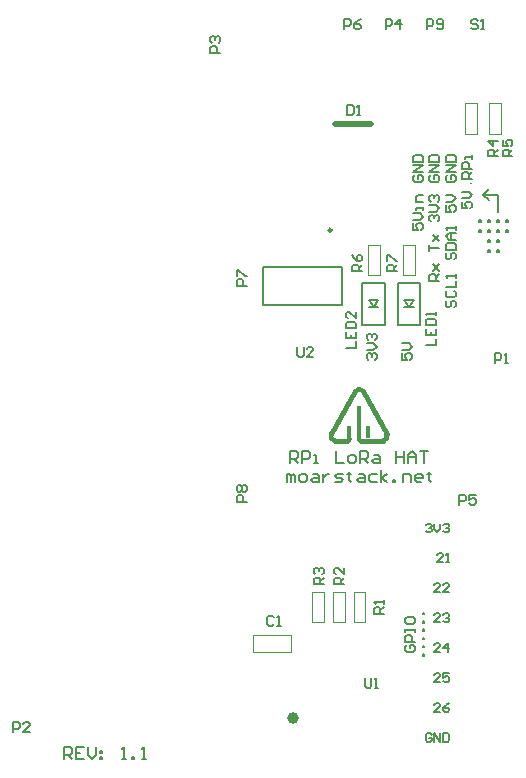
<source format=gto>
G04 Layer_Color=65535*
%FSLAX44Y44*%
%MOMM*%
G71*
G01*
G75*
%ADD22C,0.2032*%
%ADD30C,0.2500*%
%ADD31C,0.4000*%
%ADD32C,1.0000*%
%ADD33R,0.4000X1.1000*%
%ADD34R,0.4000X2.8000*%
%ADD35C,0.1000*%
%ADD36C,0.2000*%
%ADD37C,0.5000*%
%ADD38C,0.1270*%
%ADD39C,0.1600*%
G36*
X1014000Y535204D02*
X1013391Y533734D01*
X1012266Y532609D01*
X1010796Y532000D01*
X1010000D01*
Y536000D01*
X1014000D01*
Y535204D01*
D02*
G37*
G36*
X1022000Y532000D02*
X1021204D01*
X1019734Y532609D01*
X1018609Y533734D01*
X1018000Y535204D01*
Y536000D01*
X1022000D01*
Y532000D01*
D02*
G37*
D22*
X1060536Y361110D02*
X1059139Y359713D01*
Y356920D01*
X1060536Y355523D01*
X1066122D01*
X1067519Y356920D01*
Y359713D01*
X1066122Y361110D01*
X1063329D01*
Y358316D01*
X1067519Y363903D02*
X1059139D01*
Y368092D01*
X1060536Y369489D01*
X1063329D01*
X1064726Y368092D01*
Y363903D01*
X1059139Y372282D02*
Y375075D01*
Y373679D01*
X1067519D01*
Y372282D01*
Y375075D01*
X1059139Y383454D02*
Y380661D01*
X1060536Y379265D01*
X1066122D01*
X1067519Y380661D01*
Y383454D01*
X1066122Y384851D01*
X1060536D01*
X1059139Y383454D01*
X1075468Y352032D02*
X1074072D01*
Y353429D01*
X1075468D01*
Y352032D01*
Y359015D02*
X1074072D01*
Y360411D01*
X1075468D01*
Y359015D01*
Y365998D02*
X1074072D01*
Y367394D01*
X1075468D01*
Y365998D01*
Y372980D02*
X1074072D01*
Y374377D01*
X1075468D01*
Y372980D01*
Y379963D02*
X1074072D01*
Y381359D01*
X1075468D01*
Y379963D01*
Y386946D02*
X1074072D01*
Y388342D01*
X1075468D01*
Y386946D01*
X1028017Y602500D02*
X1026621Y603896D01*
Y606690D01*
X1028017Y608086D01*
X1029414D01*
X1030810Y606690D01*
Y605293D01*
Y606690D01*
X1032207Y608086D01*
X1033603D01*
X1035000Y606690D01*
Y603896D01*
X1033603Y602500D01*
X1026621Y610879D02*
X1032207D01*
X1035000Y613672D01*
X1032207Y616465D01*
X1026621D01*
X1028017Y619259D02*
X1026621Y620655D01*
Y623448D01*
X1028017Y624845D01*
X1029414D01*
X1030810Y623448D01*
Y622052D01*
Y623448D01*
X1032207Y624845D01*
X1033603D01*
X1035000Y623448D01*
Y620655D01*
X1033603Y619259D01*
X1056621Y608086D02*
Y602500D01*
X1060810D01*
X1059414Y605293D01*
Y606690D01*
X1060810Y608086D01*
X1063604D01*
X1065000Y606690D01*
Y603896D01*
X1063604Y602500D01*
X1056621Y610879D02*
X1062207D01*
X1065000Y613672D01*
X1062207Y616465D01*
X1056621D01*
D30*
X996750Y712250D02*
G03*
X996750Y712250I-1250J0D01*
G01*
D31*
X1023590Y575773D02*
G03*
X1016662Y575773I-3464J-2000D01*
G01*
X996536Y540000D02*
G03*
X1000000Y534000I3464J-2000D01*
G01*
X1040000D02*
G03*
X1043464Y540000I0J4000D01*
G01*
X996536D02*
X1016410Y575773D01*
X1000000Y534000D02*
X1010000D01*
X1022000D02*
X1040000D01*
X1023590Y575773D02*
X1043464Y540000D01*
D32*
X964310Y299050D02*
D03*
D33*
X1012000Y541500D02*
D03*
X1028000D02*
D03*
D34*
X1020000Y550000D02*
D03*
D35*
X1027500Y674000D02*
Y700000D01*
Y674000D02*
X1037500D01*
Y700000D01*
X1027500D02*
X1037500D01*
X1057500Y674000D02*
Y700000D01*
Y674000D02*
X1067500D01*
Y700000D01*
X1057500D02*
X1067500D01*
X980410Y380220D02*
X990410D01*
X980410D02*
Y406220D01*
X990410D01*
Y380220D02*
Y406220D01*
X930500Y355500D02*
Y369500D01*
Y355500D02*
X962500D01*
Y369500D01*
X930500D02*
X962500D01*
X1025410Y380220D02*
Y406220D01*
X1015410D02*
X1025410D01*
X1015410Y380220D02*
Y406220D01*
Y380220D02*
X1025410D01*
X997910Y380220D02*
Y406220D01*
Y380220D02*
X1007910D01*
Y406220D01*
X997910D02*
X1007910D01*
X1110000Y820000D02*
X1120000D01*
Y794000D02*
Y820000D01*
X1110000Y794000D02*
X1120000D01*
X1110000D02*
Y820000D01*
X1130000D02*
X1140000D01*
Y794000D02*
Y820000D01*
X1130000Y794000D02*
X1140000D01*
X1130000D02*
Y820000D01*
D36*
X1028500Y647000D02*
X1036500D01*
X1032500D02*
X1036500Y653000D01*
X1028500D02*
X1036500D01*
X1028500D02*
X1032500Y647000D01*
X1023000Y632000D02*
X1031000D01*
X1023000D02*
Y668000D01*
X1042000D01*
Y632000D02*
Y668000D01*
X1031000Y632000D02*
X1042000D01*
X1058500Y647000D02*
X1066500D01*
X1062500D02*
X1066500Y653000D01*
X1058500D02*
X1066500D01*
X1058500D02*
X1062500Y647000D01*
X1053000Y632000D02*
X1061000D01*
X1053000D02*
Y668000D01*
X1072000D01*
Y632000D02*
Y668000D01*
X1061000Y632000D02*
X1072000D01*
X939000Y648750D02*
Y681250D01*
X1006000Y648750D02*
Y681250D01*
X939000D02*
X1006000D01*
X939000Y648750D02*
X1006000D01*
X1125000Y742500D02*
X1137500D01*
Y727500D02*
Y742500D01*
X1125000D02*
X1130000Y737500D01*
X1125000Y742500D02*
X1130000Y747500D01*
D37*
X1000000Y802000D02*
X1030000D01*
D38*
X1115000Y752500D02*
Y752500D01*
D39*
X1065717Y718307D02*
Y712721D01*
X1069907D01*
X1068510Y715514D01*
Y716910D01*
X1069907Y718307D01*
X1072700D01*
X1074096Y716910D01*
Y714117D01*
X1072700Y712721D01*
X1065717Y721100D02*
X1071303D01*
X1074096Y723893D01*
X1071303Y726686D01*
X1065717D01*
X1074096Y729479D02*
Y732272D01*
Y730876D01*
X1068510D01*
Y729479D01*
X1074096Y736462D02*
X1068510D01*
Y740652D01*
X1069907Y742048D01*
X1074096D01*
X1067113Y758807D02*
X1065717Y757410D01*
Y754617D01*
X1067113Y753221D01*
X1072700D01*
X1074096Y754617D01*
Y757410D01*
X1072700Y758807D01*
X1069907D01*
Y756014D01*
X1074096Y761600D02*
X1065717D01*
X1074096Y767186D01*
X1065717D01*
Y769979D02*
X1074096D01*
Y774169D01*
X1072700Y775565D01*
X1067113D01*
X1065717Y774169D01*
Y769979D01*
X1087992Y669428D02*
X1079613D01*
Y673617D01*
X1081009Y675014D01*
X1083802D01*
X1085199Y673617D01*
Y669428D01*
Y672221D02*
X1087992Y675014D01*
X1082406Y677807D02*
X1087992Y683393D01*
X1085199Y680600D01*
X1082406Y683393D01*
X1087992Y677807D01*
X1079613Y694566D02*
Y700152D01*
Y697359D01*
X1087992D01*
X1082406Y702945D02*
X1087992Y708531D01*
X1085199Y705738D01*
X1082406Y708531D01*
X1087992Y702945D01*
X1081009Y719704D02*
X1079613Y721100D01*
Y723893D01*
X1081009Y725290D01*
X1082406D01*
X1083802Y723893D01*
Y722497D01*
Y723893D01*
X1085199Y725290D01*
X1086595D01*
X1087992Y723893D01*
Y721100D01*
X1086595Y719704D01*
X1079613Y728083D02*
X1085199D01*
X1087992Y730876D01*
X1085199Y733669D01*
X1079613D01*
X1081009Y736462D02*
X1079613Y737859D01*
Y740652D01*
X1081009Y742048D01*
X1082406D01*
X1083802Y740652D01*
Y739255D01*
Y740652D01*
X1085199Y742048D01*
X1086595D01*
X1087992Y740652D01*
Y737859D01*
X1086595Y736462D01*
X1081009Y758807D02*
X1079613Y757410D01*
Y754617D01*
X1081009Y753221D01*
X1086595D01*
X1087992Y754617D01*
Y757410D01*
X1086595Y758807D01*
X1083802D01*
Y756014D01*
X1087992Y761600D02*
X1079613D01*
X1087992Y767186D01*
X1079613D01*
Y769979D02*
X1087992D01*
Y774169D01*
X1086595Y775565D01*
X1081009D01*
X1079613Y774169D01*
Y769979D01*
X1094905Y652669D02*
X1093508Y651273D01*
Y648480D01*
X1094905Y647083D01*
X1096301D01*
X1097698Y648480D01*
Y651273D01*
X1099094Y652669D01*
X1100491D01*
X1101888Y651273D01*
Y648480D01*
X1100491Y647083D01*
X1094905Y661049D02*
X1093508Y659652D01*
Y656859D01*
X1094905Y655462D01*
X1100491D01*
X1101888Y656859D01*
Y659652D01*
X1100491Y661049D01*
X1093508Y663842D02*
X1101888D01*
Y669428D01*
Y672221D02*
Y675014D01*
Y673617D01*
X1093508D01*
X1094905Y672221D01*
Y693169D02*
X1093508Y691773D01*
Y688979D01*
X1094905Y687583D01*
X1096301D01*
X1097698Y688979D01*
Y691773D01*
X1099094Y693169D01*
X1100491D01*
X1101888Y691773D01*
Y688979D01*
X1100491Y687583D01*
X1093508Y695962D02*
X1101888D01*
Y700152D01*
X1100491Y701548D01*
X1094905D01*
X1093508Y700152D01*
Y695962D01*
X1101888Y704342D02*
X1096301D01*
X1093508Y707135D01*
X1096301Y709928D01*
X1101888D01*
X1097698D01*
Y704342D01*
X1101888Y712721D02*
Y715514D01*
Y714117D01*
X1093508D01*
X1094905Y712721D01*
X1093508Y733669D02*
Y728083D01*
X1097698D01*
X1096301Y730876D01*
Y732272D01*
X1097698Y733669D01*
X1100491D01*
X1101888Y732272D01*
Y729479D01*
X1100491Y728083D01*
X1093508Y736462D02*
X1099094D01*
X1101888Y739255D01*
X1099094Y742048D01*
X1093508D01*
X1094905Y758807D02*
X1093508Y757410D01*
Y754617D01*
X1094905Y753221D01*
X1100491D01*
X1101888Y754617D01*
Y757410D01*
X1100491Y758807D01*
X1097698D01*
Y756014D01*
X1101888Y761600D02*
X1093508D01*
X1101888Y767186D01*
X1093508D01*
Y769979D02*
X1101888D01*
Y774169D01*
X1100491Y775565D01*
X1094905D01*
X1093508Y774169D01*
Y769979D01*
X1107404Y736462D02*
Y730876D01*
X1111593D01*
X1110197Y733669D01*
Y735066D01*
X1111593Y736462D01*
X1114387D01*
X1115783Y735066D01*
Y732272D01*
X1114387Y730876D01*
X1107404Y739255D02*
X1112990D01*
X1115783Y742048D01*
X1112990Y744841D01*
X1107404D01*
X1115783Y756014D02*
X1107404D01*
Y760203D01*
X1108800Y761600D01*
X1111593D01*
X1112990Y760203D01*
Y756014D01*
Y758807D02*
X1115783Y761600D01*
Y764393D02*
X1107404D01*
Y768583D01*
X1108800Y769979D01*
X1111593D01*
X1112990Y768583D01*
Y764393D01*
X1115783Y772772D02*
Y775565D01*
Y774169D01*
X1110197D01*
Y772772D01*
X1144294Y720900D02*
X1145987D01*
Y719207D01*
X1144294D01*
Y720900D01*
Y712436D02*
X1145987D01*
Y710743D01*
X1144294D01*
Y712436D01*
X1136729Y720900D02*
X1138422D01*
Y719207D01*
X1136729D01*
Y720900D01*
Y712436D02*
X1138422D01*
Y710743D01*
X1136729D01*
Y712436D01*
Y703972D02*
X1138422D01*
Y702279D01*
X1136729D01*
Y703972D01*
Y695508D02*
X1138422D01*
Y693815D01*
X1136729D01*
Y695508D01*
X1129165Y720900D02*
X1130858D01*
Y719207D01*
X1129165D01*
Y720900D01*
Y712436D02*
X1130858D01*
Y710743D01*
X1129165D01*
Y712436D01*
Y703972D02*
X1130858D01*
Y702279D01*
X1129165D01*
Y703972D01*
Y695508D02*
X1130858D01*
Y693815D01*
X1129165D01*
Y695508D01*
X1121600Y720900D02*
X1123293D01*
Y719207D01*
X1121600D01*
Y720900D01*
Y712436D02*
X1123293D01*
Y710743D01*
X1121600D01*
Y712436D01*
X961639Y515129D02*
Y525285D01*
X966718D01*
X968410Y523593D01*
Y520207D01*
X966718Y518514D01*
X961639D01*
X965025D02*
X968410Y515129D01*
X971796D02*
Y525285D01*
X976874D01*
X978567Y523593D01*
Y520207D01*
X976874Y518514D01*
X971796D01*
X981953Y515129D02*
X985338D01*
X983646D01*
Y521900D01*
X981953D01*
X1000574Y525285D02*
Y515129D01*
X1007345D01*
X1012423D02*
X1015809D01*
X1017501Y516822D01*
Y520207D01*
X1015809Y521900D01*
X1012423D01*
X1010730Y520207D01*
Y516822D01*
X1012423Y515129D01*
X1020887D02*
Y525285D01*
X1025965D01*
X1027658Y523593D01*
Y520207D01*
X1025965Y518514D01*
X1020887D01*
X1024273D02*
X1027658Y515129D01*
X1032736Y521900D02*
X1036122D01*
X1037815Y520207D01*
Y515129D01*
X1032736D01*
X1031044Y516822D01*
X1032736Y518514D01*
X1037815D01*
X1051357Y525285D02*
Y515129D01*
Y520207D01*
X1058128D01*
Y525285D01*
Y515129D01*
X1061514D02*
Y521900D01*
X1064899Y525285D01*
X1068285Y521900D01*
Y515129D01*
Y520207D01*
X1061514D01*
X1071671Y525285D02*
X1078442D01*
X1075056D01*
Y515129D01*
X959100Y499100D02*
Y505871D01*
X960793D01*
X962486Y504179D01*
Y499100D01*
Y504179D01*
X964178Y505871D01*
X965871Y504179D01*
Y499100D01*
X970950D02*
X974335D01*
X976028Y500793D01*
Y504179D01*
X974335Y505871D01*
X970950D01*
X969257Y504179D01*
Y500793D01*
X970950Y499100D01*
X981106Y505871D02*
X984492D01*
X986185Y504179D01*
Y499100D01*
X981106D01*
X979414Y500793D01*
X981106Y502486D01*
X986185D01*
X989570Y505871D02*
Y499100D01*
Y502486D01*
X991263Y504179D01*
X992956Y505871D01*
X994649D01*
X999727Y499100D02*
X1004805D01*
X1006498Y500793D01*
X1004805Y502486D01*
X1001420D01*
X999727Y504179D01*
X1001420Y505871D01*
X1006498D01*
X1011577Y507564D02*
Y505871D01*
X1009884D01*
X1013269D01*
X1011577D01*
Y500793D01*
X1013269Y499100D01*
X1020041Y505871D02*
X1023426D01*
X1025119Y504179D01*
Y499100D01*
X1020041D01*
X1018348Y500793D01*
X1020041Y502486D01*
X1025119D01*
X1035276Y505871D02*
X1030197D01*
X1028504Y504179D01*
Y500793D01*
X1030197Y499100D01*
X1035276D01*
X1038661D02*
Y509257D01*
Y502486D02*
X1043739Y505871D01*
X1038661Y502486D02*
X1043739Y499100D01*
X1048818D02*
Y500793D01*
X1050511D01*
Y499100D01*
X1048818D01*
X1057282D02*
Y505871D01*
X1062360D01*
X1064053Y504179D01*
Y499100D01*
X1072517D02*
X1069131D01*
X1067439Y500793D01*
Y504179D01*
X1069131Y505871D01*
X1072517D01*
X1074210Y504179D01*
Y502486D01*
X1067439D01*
X1079288Y507564D02*
Y505871D01*
X1077595D01*
X1080981D01*
X1079288D01*
Y500793D01*
X1080981Y499100D01*
X1076600Y462712D02*
X1077828Y463939D01*
X1080282D01*
X1081509Y462712D01*
Y461485D01*
X1080282Y460257D01*
X1079055D01*
X1080282D01*
X1081509Y459030D01*
Y457803D01*
X1080282Y456576D01*
X1077828D01*
X1076600Y457803D01*
X1083964Y463939D02*
Y459030D01*
X1086418Y456576D01*
X1088873Y459030D01*
Y463939D01*
X1091327Y462712D02*
X1092555Y463939D01*
X1095009D01*
X1096236Y462712D01*
Y461485D01*
X1095009Y460257D01*
X1093782D01*
X1095009D01*
X1096236Y459030D01*
Y457803D01*
X1095009Y456576D01*
X1092555D01*
X1091327Y457803D01*
X1091328Y431222D02*
X1086418D01*
X1091328Y436131D01*
Y437358D01*
X1090100Y438586D01*
X1087646D01*
X1086418Y437358D01*
X1093782Y431222D02*
X1096236D01*
X1095009D01*
Y438586D01*
X1093782Y437358D01*
X1088873Y405868D02*
X1083964D01*
X1088873Y410777D01*
Y412005D01*
X1087646Y413232D01*
X1085191D01*
X1083964Y412005D01*
X1096236Y405868D02*
X1091327D01*
X1096236Y410777D01*
Y412005D01*
X1095009Y413232D01*
X1092555D01*
X1091327Y412005D01*
X1088873Y380515D02*
X1083964D01*
X1088873Y385424D01*
Y386651D01*
X1087646Y387878D01*
X1085191D01*
X1083964Y386651D01*
X1091327D02*
X1092555Y387878D01*
X1095009D01*
X1096236Y386651D01*
Y385424D01*
X1095009Y384197D01*
X1093782D01*
X1095009D01*
X1096236Y382969D01*
Y381742D01*
X1095009Y380515D01*
X1092555D01*
X1091327Y381742D01*
X1088873Y355161D02*
X1083964D01*
X1088873Y360070D01*
Y361297D01*
X1087646Y362525D01*
X1085191D01*
X1083964Y361297D01*
X1095009Y355161D02*
Y362525D01*
X1091327Y358843D01*
X1096236D01*
X1088873Y329807D02*
X1083964D01*
X1088873Y334716D01*
Y335944D01*
X1087646Y337171D01*
X1085191D01*
X1083964Y335944D01*
X1096236Y337171D02*
X1091327D01*
Y333489D01*
X1093782Y334716D01*
X1095009D01*
X1096236Y333489D01*
Y331035D01*
X1095009Y329807D01*
X1092555D01*
X1091327Y331035D01*
X1088873Y304454D02*
X1083964D01*
X1088873Y309363D01*
Y310590D01*
X1087646Y311817D01*
X1085191D01*
X1083964Y310590D01*
X1096236Y311817D02*
X1093782Y310590D01*
X1091327Y308136D01*
Y305681D01*
X1092555Y304454D01*
X1095009D01*
X1096236Y305681D01*
Y306908D01*
X1095009Y308136D01*
X1091327D01*
X1081509Y285237D02*
X1080282Y286464D01*
X1077828D01*
X1076600Y285237D01*
Y280327D01*
X1077828Y279100D01*
X1080282D01*
X1081509Y280327D01*
Y282782D01*
X1079055D01*
X1083964Y279100D02*
Y286464D01*
X1088873Y279100D01*
Y286464D01*
X1091327D02*
Y279100D01*
X1095009D01*
X1096236Y280327D01*
Y285237D01*
X1095009Y286464D01*
X1091327D01*
X1135000Y600000D02*
Y608379D01*
X1139190D01*
X1140586Y606983D01*
Y604190D01*
X1139190Y602793D01*
X1135000D01*
X1143379Y600000D02*
X1146172D01*
X1144776D01*
Y608379D01*
X1143379Y606983D01*
X1120586Y889483D02*
X1119190Y890879D01*
X1116396D01*
X1115000Y889483D01*
Y888086D01*
X1116396Y886690D01*
X1119190D01*
X1120586Y885293D01*
Y883896D01*
X1119190Y882500D01*
X1116396D01*
X1115000Y883896D01*
X1123379Y882500D02*
X1126172D01*
X1124776D01*
Y890879D01*
X1123379Y889483D01*
X1150000Y775000D02*
X1141621D01*
Y779190D01*
X1143017Y780586D01*
X1145810D01*
X1147207Y779190D01*
Y775000D01*
Y777793D02*
X1150000Y780586D01*
X1141621Y788966D02*
Y783379D01*
X1145810D01*
X1144414Y786172D01*
Y787569D01*
X1145810Y788966D01*
X1148604D01*
X1150000Y787569D01*
Y784776D01*
X1148604Y783379D01*
X1137500Y775000D02*
X1129121D01*
Y779190D01*
X1130517Y780586D01*
X1133310D01*
X1134707Y779190D01*
Y775000D01*
Y777793D02*
X1137500Y780586D01*
Y787569D02*
X1129121D01*
X1133310Y783379D01*
Y788966D01*
X1077500Y882500D02*
Y890879D01*
X1081690D01*
X1083086Y889483D01*
Y886690D01*
X1081690Y885293D01*
X1077500D01*
X1085879Y883896D02*
X1087276Y882500D01*
X1090069D01*
X1091466Y883896D01*
Y889483D01*
X1090069Y890879D01*
X1087276D01*
X1085879Y889483D01*
Y888086D01*
X1087276Y886690D01*
X1091466D01*
X1007500Y882500D02*
Y890879D01*
X1011690D01*
X1013086Y889483D01*
Y886690D01*
X1011690Y885293D01*
X1007500D01*
X1021466Y890879D02*
X1018672Y889483D01*
X1015879Y886690D01*
Y883896D01*
X1017276Y882500D01*
X1020069D01*
X1021466Y883896D01*
Y885293D01*
X1020069Y886690D01*
X1015879D01*
X925000Y665000D02*
X916621D01*
Y669190D01*
X918017Y670586D01*
X920810D01*
X922207Y669190D01*
Y665000D01*
X916621Y673379D02*
Y678966D01*
X918017D01*
X923604Y673379D01*
X925000D01*
Y482500D02*
X916621D01*
Y486690D01*
X918017Y488086D01*
X920810D01*
X922207Y486690D01*
Y482500D01*
X918017Y490879D02*
X916621Y492276D01*
Y495069D01*
X918017Y496465D01*
X919414D01*
X920810Y495069D01*
X922207Y496465D01*
X923604D01*
X925000Y495069D01*
Y492276D01*
X923604Y490879D01*
X922207D01*
X920810Y492276D01*
X919414Y490879D01*
X918017D01*
X920810Y492276D02*
Y495069D01*
X1105000Y480000D02*
Y488379D01*
X1109190D01*
X1110586Y486983D01*
Y484190D01*
X1109190Y482793D01*
X1105000D01*
X1118966Y488379D02*
X1113379D01*
Y484190D01*
X1116172Y485586D01*
X1117569D01*
X1118966Y484190D01*
Y481396D01*
X1117569Y480000D01*
X1114776D01*
X1113379Y481396D01*
X1042500Y882500D02*
Y890879D01*
X1046690D01*
X1048086Y889483D01*
Y886690D01*
X1046690Y885293D01*
X1042500D01*
X1055069Y882500D02*
Y890879D01*
X1050879Y886690D01*
X1056466D01*
X1007500Y412500D02*
X999121D01*
Y416690D01*
X1000517Y418086D01*
X1003310D01*
X1004707Y416690D01*
Y412500D01*
Y415293D02*
X1007500Y418086D01*
Y426465D02*
Y420879D01*
X1001914Y426465D01*
X1000517D01*
X999121Y425069D01*
Y422276D01*
X1000517Y420879D01*
X1041010Y387650D02*
X1032630D01*
Y391839D01*
X1034027Y393236D01*
X1036820D01*
X1038217Y391839D01*
Y387650D01*
Y390443D02*
X1041010Y393236D01*
Y396029D02*
Y398822D01*
Y397426D01*
X1032630D01*
X1034027Y396029D01*
X902500Y862500D02*
X894121D01*
Y866690D01*
X895517Y868086D01*
X898310D01*
X899707Y866690D01*
Y862500D01*
X895517Y870879D02*
X894121Y872276D01*
Y875069D01*
X895517Y876466D01*
X896914D01*
X898310Y875069D01*
Y873672D01*
Y875069D01*
X899707Y876466D01*
X901104D01*
X902500Y875069D01*
Y872276D01*
X901104Y870879D01*
X727500Y287500D02*
Y295879D01*
X731690D01*
X733086Y294483D01*
Y291690D01*
X731690Y290293D01*
X727500D01*
X741466Y287500D02*
X735879D01*
X741466Y293086D01*
Y294483D01*
X740069Y295879D01*
X737276D01*
X735879Y294483D01*
X1025000Y333379D02*
Y326397D01*
X1026397Y325000D01*
X1029190D01*
X1030586Y326397D01*
Y333379D01*
X1033379Y325000D02*
X1036172D01*
X1034776D01*
Y333379D01*
X1033379Y331983D01*
X967500Y613379D02*
Y606397D01*
X968896Y605000D01*
X971690D01*
X973086Y606397D01*
Y613379D01*
X981466Y605000D02*
X975879D01*
X981466Y610586D01*
Y611983D01*
X980069Y613379D01*
X977276D01*
X975879Y611983D01*
X1010000Y818379D02*
Y810000D01*
X1014190D01*
X1015586Y811396D01*
Y816983D01*
X1014190Y818379D01*
X1010000D01*
X1018379Y810000D02*
X1021172D01*
X1019776D01*
Y818379D01*
X1018379Y816983D01*
X948086Y384483D02*
X946690Y385879D01*
X943896D01*
X942500Y384483D01*
Y378896D01*
X943896Y377500D01*
X946690D01*
X948086Y378896D01*
X950879Y377500D02*
X953672D01*
X952276D01*
Y385879D01*
X950879Y384483D01*
X990000Y412500D02*
X981621D01*
Y416690D01*
X983017Y418086D01*
X985810D01*
X987207Y416690D01*
Y412500D01*
Y415293D02*
X990000Y418086D01*
X983017Y420879D02*
X981621Y422276D01*
Y425069D01*
X983017Y426465D01*
X984414D01*
X985810Y425069D01*
Y423672D01*
Y425069D01*
X987207Y426465D01*
X988604D01*
X990000Y425069D01*
Y422276D01*
X988604Y420879D01*
X1076621Y615000D02*
X1085000D01*
Y620586D01*
X1076621Y628965D02*
Y623379D01*
X1085000D01*
Y628965D01*
X1080810Y623379D02*
Y626172D01*
X1076621Y631759D02*
X1085000D01*
Y635948D01*
X1083603Y637345D01*
X1078017D01*
X1076621Y635948D01*
Y631759D01*
X1085000Y640138D02*
Y642931D01*
Y641534D01*
X1076621D01*
X1078017Y640138D01*
X1009121Y612500D02*
X1017500D01*
Y618086D01*
X1009121Y626465D02*
Y620879D01*
X1017500D01*
Y626465D01*
X1013310Y620879D02*
Y623672D01*
X1009121Y629259D02*
X1017500D01*
Y633448D01*
X1016104Y634845D01*
X1010517D01*
X1009121Y633448D01*
Y629259D01*
X1017500Y643224D02*
Y637638D01*
X1011914Y643224D01*
X1010517D01*
X1009121Y641827D01*
Y639034D01*
X1010517Y637638D01*
X1022500Y677500D02*
X1014121D01*
Y681690D01*
X1015517Y683086D01*
X1018310D01*
X1019707Y681690D01*
Y677500D01*
Y680293D02*
X1022500Y683086D01*
X1014121Y691466D02*
X1015517Y688672D01*
X1018310Y685879D01*
X1021104D01*
X1022500Y687276D01*
Y690069D01*
X1021104Y691466D01*
X1019707D01*
X1018310Y690069D01*
Y685879D01*
X1052500Y677500D02*
X1044121D01*
Y681690D01*
X1045517Y683086D01*
X1048310D01*
X1049707Y681690D01*
Y677500D01*
Y680293D02*
X1052500Y683086D01*
X1044121Y685879D02*
Y691466D01*
X1045517D01*
X1051104Y685879D01*
X1052500D01*
X770000Y265000D02*
Y275157D01*
X775078D01*
X776771Y273464D01*
Y270078D01*
X775078Y268386D01*
X770000D01*
X773386D02*
X776771Y265000D01*
X786928Y275157D02*
X780157D01*
Y265000D01*
X786928D01*
X780157Y270078D02*
X783542D01*
X790313Y275157D02*
Y268386D01*
X793699Y265000D01*
X797085Y268386D01*
Y275157D01*
X800470Y271771D02*
X802163D01*
Y270078D01*
X800470D01*
Y271771D01*
Y266693D02*
X802163D01*
Y265000D01*
X800470D01*
Y266693D01*
X819091Y265000D02*
X822476D01*
X820784D01*
Y275157D01*
X819091Y273464D01*
X827555Y265000D02*
Y266693D01*
X829248D01*
Y265000D01*
X827555D01*
X836019D02*
X839404D01*
X837711D01*
Y275157D01*
X836019Y273464D01*
M02*

</source>
